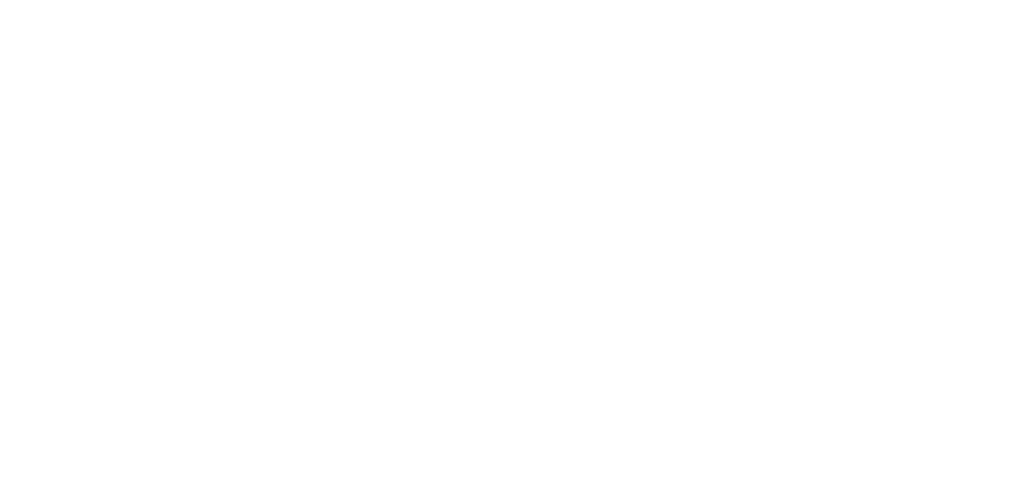
<source format=kicad_pcb>
(kicad_pcb (version 20171130) (host pcbnew "(5.0.1)-4")

  (general
    (thickness 1.6)
    (drawings 17)
    (tracks 0)
    (zones 0)
    (modules 0)
    (nets 1)
  )

  (page A4)
  (layers
    (0 F.Cu signal)
    (31 B.Cu signal)
    (32 B.Adhes user)
    (33 F.Adhes user)
    (34 B.Paste user)
    (35 F.Paste user)
    (36 B.SilkS user)
    (37 F.SilkS user)
    (38 B.Mask user)
    (39 F.Mask user)
    (40 Dwgs.User user)
    (41 Cmts.User user)
    (42 Eco1.User user)
    (43 Eco2.User user)
    (44 Edge.Cuts user)
    (45 Margin user)
    (46 B.CrtYd user)
    (47 F.CrtYd user)
    (48 B.Fab user)
    (49 F.Fab user)
  )

  (setup
    (last_trace_width 0.25)
    (trace_clearance 0.2)
    (zone_clearance 0.508)
    (zone_45_only no)
    (trace_min 0.2)
    (segment_width 0.3)
    (edge_width 0.2)
    (via_size 0.8)
    (via_drill 0.4)
    (via_min_size 0.4)
    (via_min_drill 0.3)
    (uvia_size 0.3)
    (uvia_drill 0.1)
    (uvias_allowed no)
    (uvia_min_size 0.2)
    (uvia_min_drill 0.1)
    (pcb_text_width 0.3)
    (pcb_text_size 1.5 1.5)
    (mod_edge_width 0.15)
    (mod_text_size 1 1)
    (mod_text_width 0.15)
    (pad_size 1.524 1.524)
    (pad_drill 0.762)
    (pad_to_mask_clearance 0.051)
    (solder_mask_min_width 0.25)
    (aux_axis_origin 0 0)
    (visible_elements 7FFFFFFF)
    (pcbplotparams
      (layerselection 0x010f0_ffffffff)
      (usegerberextensions false)
      (usegerberattributes false)
      (usegerberadvancedattributes false)
      (creategerberjobfile false)
      (excludeedgelayer true)
      (linewidth 0.100000)
      (plotframeref false)
      (viasonmask false)
      (mode 1)
      (useauxorigin false)
      (hpglpennumber 1)
      (hpglpenspeed 20)
      (hpglpendiameter 15.000000)
      (psnegative false)
      (psa4output false)
      (plotreference true)
      (plotvalue true)
      (plotinvisibletext false)
      (padsonsilk false)
      (subtractmaskfromsilk false)
      (outputformat 1)
      (mirror false)
      (drillshape 0)
      (scaleselection 1)
      (outputdirectory ""))
  )

  (net 0 "")

  (net_class Default "This is the default net class."
    (clearance 0.2)
    (trace_width 0.25)
    (via_dia 0.8)
    (via_drill 0.4)
    (uvia_dia 0.3)
    (uvia_drill 0.1)
  )

  (gr_circle (center 67.3 17.35) (end 70.8 17.4) (layer Eco2.User) (width 0.2))
  (gr_line (start 54.2 23.35) (end 54.2 10.45) (layer Eco2.User) (width 0.2))
  (gr_line (start 30.45 23.35) (end 54.2 23.35) (layer Eco2.User) (width 0.2))
  (gr_line (start 30.45 10.45) (end 30.45 23.35) (layer Eco2.User) (width 0.2))
  (gr_line (start 54.2 10.45) (end 30.45 10.45) (layer Eco2.User) (width 0.2))
  (gr_line (start 80.9 0) (end 80.9 39.65) (layer Eco2.User) (width 0.2) (tstamp 5DA91EC3))
  (gr_circle (center 7.5 36.65) (end 9.1 36.45) (layer Eco2.User) (width 0.2) (tstamp 5DA91938))
  (gr_circle (center 73.4 36.65) (end 75 36.45) (layer Eco2.User) (width 0.2) (tstamp 5DA91936))
  (gr_circle (center 73.4 3) (end 75 2.8) (layer Eco2.User) (width 0.2) (tstamp 5DA91934))
  (gr_circle (center 7.5 3) (end 9.1 2.8) (layer Eco2.User) (width 0.2))
  (gr_circle (center 19.85 25.7) (end 23 25.7) (layer Eco2.User) (width 0.2) (tstamp 5DA91846))
  (gr_circle (center 19.85 13.75) (end 23 13.75) (layer Eco2.User) (width 0.2) (tstamp 5DA91800))
  (gr_circle (center 7.4 25.7) (end 10.55 25.7) (layer Eco2.User) (width 0.2) (tstamp 5DA917DE))
  (gr_circle (center 7.4 13.75) (end 10.55 13.75) (layer Eco2.User) (width 0.2))
  (gr_line (start 0 0) (end 80.9 0) (layer Eco2.User) (width 0.2))
  (gr_line (start 0 39.65) (end 80.9 39.65) (layer Eco2.User) (width 0.2))
  (gr_line (start 0 0) (end 0 39.65) (layer Eco2.User) (width 0.2))

)

</source>
